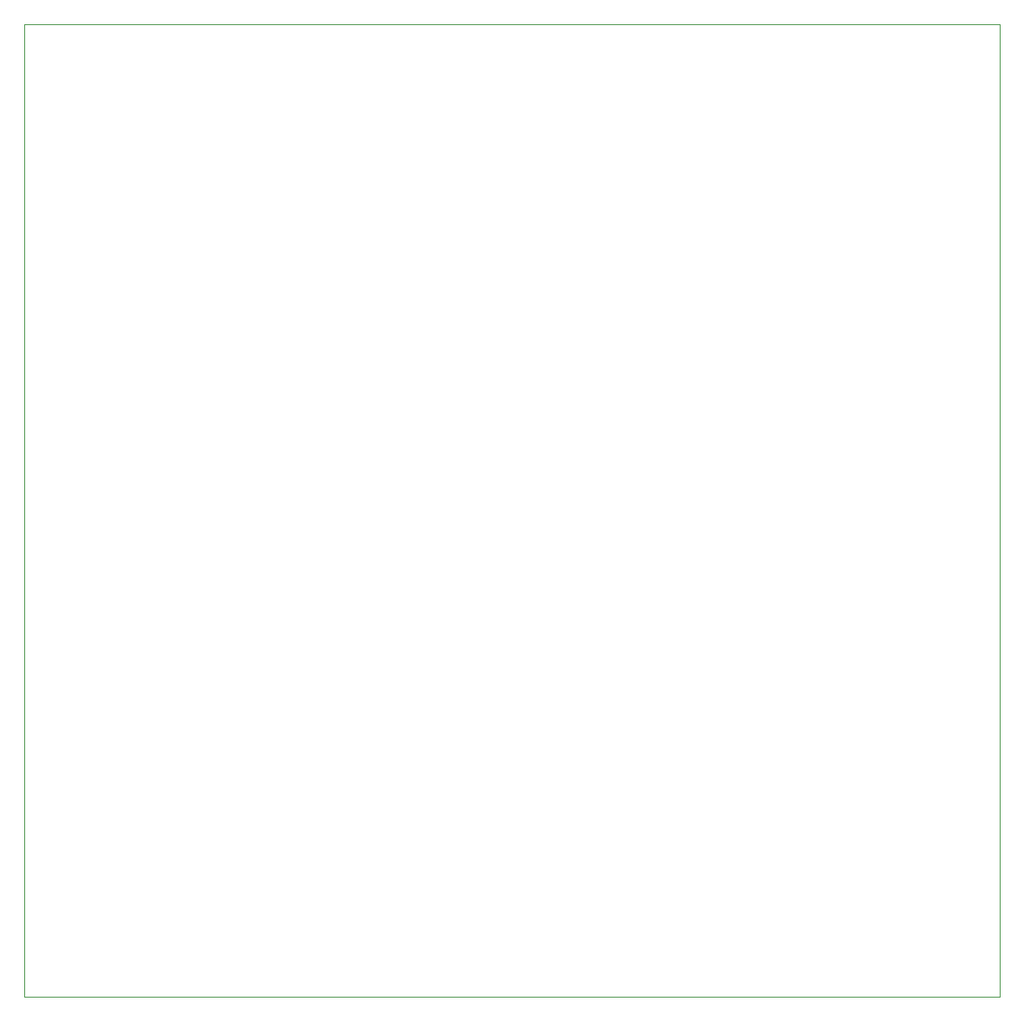
<source format=gbr>
%TF.GenerationSoftware,KiCad,Pcbnew,8.0.4*%
%TF.CreationDate,2024-11-14T20:51:11-06:00*%
%TF.ProjectId,mounted_system,6d6f756e-7465-4645-9f73-797374656d2e,rev?*%
%TF.SameCoordinates,Original*%
%TF.FileFunction,Profile,NP*%
%FSLAX46Y46*%
G04 Gerber Fmt 4.6, Leading zero omitted, Abs format (unit mm)*
G04 Created by KiCad (PCBNEW 8.0.4) date 2024-11-14 20:51:11*
%MOMM*%
%LPD*%
G01*
G04 APERTURE LIST*
%TA.AperFunction,Profile*%
%ADD10C,0.050000*%
%TD*%
G04 APERTURE END LIST*
D10*
X41910000Y-28575000D02*
X140589000Y-28575000D01*
X140589000Y-127000000D01*
X41910000Y-127000000D01*
X41910000Y-28575000D01*
M02*

</source>
